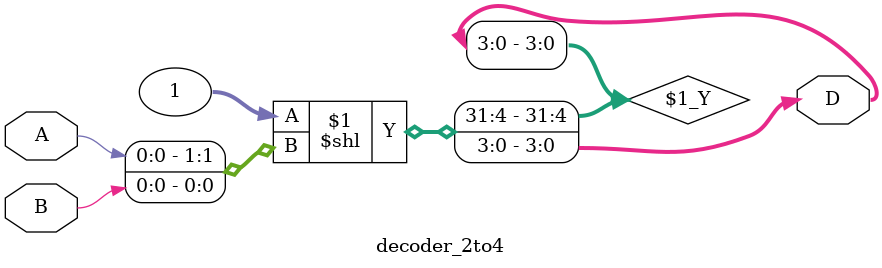
<source format=v>
module decoder_2to4(
	input A,
	input B,
	output [3:0] D
	);
	
	assign D = 1<<{A,B};
	
endmodule

</source>
